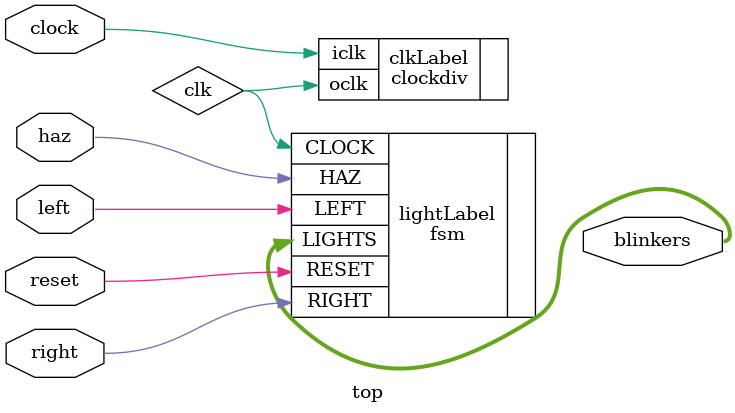
<source format=sv>
module top( clock, reset, left, right, haz, blinkers); 
	input clock, reset, left, right, haz;
	output [1:6] blinkers; 
	logic clk;

	clockdiv clkLabel(.iclk(clock), .oclk(clk));
	fsm lightLabel(.CLOCK(clk), .RESET(reset), .LEFT(left), .RIGHT(right), .HAZ(haz), .LIGHTS(blinkers));
	

endmodule

</source>
